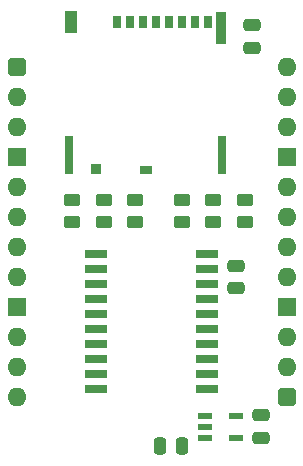
<source format=gts>
%TF.GenerationSoftware,KiCad,Pcbnew,8.0.3*%
%TF.CreationDate,2024-07-05T17:13:44+02:00*%
%TF.ProjectId,SD Card Micro Socket,53442043-6172-4642-904d-6963726f2053,V0*%
%TF.SameCoordinates,PX6d01460PY32de760*%
%TF.FileFunction,Soldermask,Top*%
%TF.FilePolarity,Negative*%
%FSLAX46Y46*%
G04 Gerber Fmt 4.6, Leading zero omitted, Abs format (unit mm)*
G04 Created by KiCad (PCBNEW 8.0.3) date 2024-07-05 17:13:44*
%MOMM*%
%LPD*%
G01*
G04 APERTURE LIST*
G04 Aperture macros list*
%AMRoundRect*
0 Rectangle with rounded corners*
0 $1 Rounding radius*
0 $2 $3 $4 $5 $6 $7 $8 $9 X,Y pos of 4 corners*
0 Add a 4 corners polygon primitive as box body*
4,1,4,$2,$3,$4,$5,$6,$7,$8,$9,$2,$3,0*
0 Add four circle primitives for the rounded corners*
1,1,$1+$1,$2,$3*
1,1,$1+$1,$4,$5*
1,1,$1+$1,$6,$7*
1,1,$1+$1,$8,$9*
0 Add four rect primitives between the rounded corners*
20,1,$1+$1,$2,$3,$4,$5,0*
20,1,$1+$1,$4,$5,$6,$7,0*
20,1,$1+$1,$6,$7,$8,$9,0*
20,1,$1+$1,$8,$9,$2,$3,0*%
G04 Aperture macros list end*
%ADD10R,0.700000X3.330000*%
%ADD11R,1.140000X1.830000*%
%ADD12R,0.860000X2.800000*%
%ADD13R,1.050000X0.780000*%
%ADD14R,0.900000X0.930000*%
%ADD15R,0.700000X1.100000*%
%ADD16RoundRect,0.250000X0.450000X-0.262500X0.450000X0.262500X-0.450000X0.262500X-0.450000X-0.262500X0*%
%ADD17RoundRect,0.400000X-0.400000X-0.400000X0.400000X-0.400000X0.400000X0.400000X-0.400000X0.400000X0*%
%ADD18O,1.600000X1.600000*%
%ADD19R,1.600000X1.600000*%
%ADD20R,1.950000X0.650000*%
%ADD21RoundRect,0.250000X0.475000X-0.250000X0.475000X0.250000X-0.475000X0.250000X-0.475000X-0.250000X0*%
%ADD22RoundRect,0.250000X-0.475000X0.250000X-0.475000X-0.250000X0.475000X-0.250000X0.475000X0.250000X0*%
%ADD23R,1.150000X0.600000*%
%ADD24RoundRect,0.250000X0.250000X0.475000X-0.250000X0.475000X-0.250000X-0.475000X0.250000X-0.475000X0*%
G04 APERTURE END LIST*
D10*
%TO.C,J2*%
X4388000Y-7458000D03*
D11*
X4608000Y3792000D03*
D12*
X17268000Y3307000D03*
D10*
X17348000Y-7458000D03*
D13*
X10963000Y-8733000D03*
D14*
X6698000Y-8658000D03*
D15*
X16188000Y3807000D03*
X15088000Y3807000D03*
X13988000Y3807000D03*
X12888000Y3807000D03*
X11788000Y3807000D03*
X10688000Y3807000D03*
X9588000Y3807000D03*
X8488000Y3807000D03*
%TD*%
D16*
%TO.C,R6*%
X13960000Y-13104500D03*
X13960000Y-11279500D03*
%TD*%
%TO.C,R5*%
X4689000Y-13104500D03*
X4689000Y-11279500D03*
%TD*%
%TO.C,R4*%
X7356000Y-13104500D03*
X7356000Y-11279500D03*
%TD*%
%TO.C,R3*%
X10023000Y-13104500D03*
X10023000Y-11279500D03*
%TD*%
%TO.C,R2*%
X16627000Y-13104500D03*
X16627000Y-11279500D03*
%TD*%
%TO.C,R1*%
X19294000Y-13104500D03*
X19294000Y-11279500D03*
%TD*%
D17*
%TO.C,J1*%
X0Y0D03*
D18*
X0Y-2540000D03*
X0Y-5080000D03*
D19*
X0Y-7620000D03*
D18*
X0Y-10160000D03*
X0Y-12700000D03*
X0Y-15240000D03*
X0Y-17780000D03*
D19*
X0Y-20320000D03*
D18*
X0Y-22860000D03*
X0Y-25400000D03*
X0Y-27940000D03*
D17*
X22860000Y-27940000D03*
D18*
X22860000Y-25400000D03*
X22860000Y-22860000D03*
D19*
X22860000Y-20320000D03*
D18*
X22860000Y-17780000D03*
X22860000Y-15240000D03*
X22860000Y-12700000D03*
X22860000Y-10160000D03*
D19*
X22860000Y-7620000D03*
D18*
X22860000Y-5080000D03*
X22860000Y-2540000D03*
X22860000Y0D03*
%TD*%
D20*
%TO.C,IC1*%
X6705000Y-15875000D03*
X6705000Y-17145000D03*
X6705000Y-18415000D03*
X6705000Y-19685000D03*
X6705000Y-20955000D03*
X6705000Y-22225000D03*
X6705000Y-23495000D03*
X6705000Y-24765000D03*
X6705000Y-26035000D03*
X6705000Y-27305000D03*
X16155000Y-27305000D03*
X16155000Y-26035000D03*
X16155000Y-24765000D03*
X16155000Y-23495000D03*
X16155000Y-22225000D03*
X16155000Y-20955000D03*
X16155000Y-19685000D03*
X16155000Y-18415000D03*
X16155000Y-17145000D03*
X16155000Y-15875000D03*
%TD*%
D21*
%TO.C,C2*%
X19939000Y1606000D03*
X19939000Y3506000D03*
%TD*%
D22*
%TO.C,C1*%
X18542000Y-16846000D03*
X18542000Y-18746000D03*
%TD*%
D21*
%TO.C,C4*%
X20701000Y-31414000D03*
X20701000Y-29514000D03*
%TD*%
D23*
%TO.C,IC5*%
X15972000Y-29530000D03*
X15972000Y-30480000D03*
X15972000Y-31430000D03*
X18572000Y-31430000D03*
X18572000Y-29530000D03*
%TD*%
D24*
%TO.C,C3*%
X14015000Y-32131000D03*
X12115000Y-32131000D03*
%TD*%
M02*

</source>
